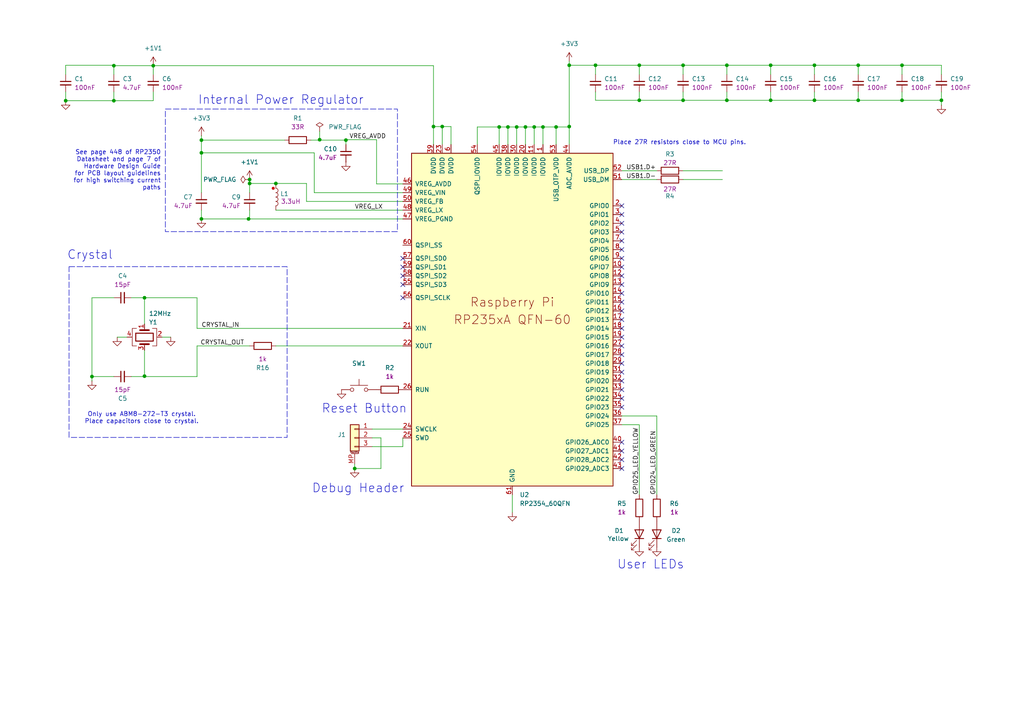
<source format=kicad_sch>
(kicad_sch (version 20250114) (generator "eeschema") (generator_version "9.0")
  (paper "A4")
  (lib_symbols
    (symbol "Lichen:100nF_0402_50V" (pin_numbers (hide yes)) (pin_names (offset 0.254) (hide yes))
      (property "Reference" "C12" (at 2.54 1.2638 0))
      (property "Display" "100nF" (at 2.54 -1.2762 0))
      (symbol "100nF_0402_50V_1_1"
        (pin passive line (at 0 2.54 270) (length 2.032) (name "~") (number "1"))
        (pin passive line (at 0 -2.54 90) (length 2.032) (name "~") (number "2"))
      )
    )
    (symbol "Lichen:15pF_0402" (pin_numbers (hide yes)) (pin_names (offset 0.254) (hide yes))
      (property "Reference" "C18" (at 2.54 1.2638 0))
      (property "Display" "15pF" (at 2.54 -1.2762 0))
      (symbol "15pF_0402_1_1"
        (pin passive line (at 0 2.54 270) (length 2.032) (name "~") (number "1"))
        (pin passive line (at 0 -2.54 90) (length 2.032) (name "~") (number "2"))
      )
    )
    (symbol "Lichen:1k_0402" (pin_numbers (hide yes)) (pin_names (offset 0))
      (property "Reference" "R6" (at -5.08 -1.27 0))
      (property "Display" "1k" (at -5.08 1.27 0))
      (symbol "1k_0402_1_1"
        (pin passive line (at 0 3.81 270) (length 1.27) (name "~") (number "1"))
        (pin passive line (at 0 -3.81 90) (length 1.27) (name "~") (number "2"))
      )
    )
    (symbol "Lichen:27R_0402" (pin_numbers (hide yes)) (pin_names (offset 0))
      (property "Reference" "R3" (at 4.826 0 90))
      (property "Display" "27R" (at 2.286 0 90))
      (symbol "27R_0402_1_1"
        (pin passive line (at 0 3.81 270) (length 1.27) (name "~") (number "1"))
        (pin passive line (at 0 -3.81 90) (length 1.27) (name "~") (number "2"))
      )
    )
    (symbol "Lichen:33R_0402" (pin_numbers (hide yes)) (pin_names (offset 0))
      (property "Reference" "R1" (at 6.35 0 90))
      (property "Display" "33R" (at 3.81 0 90))
      (symbol "33R_0402_1_1"
        (pin passive line (at 0 3.81 270) (length 1.27) (name "~") (number "1"))
        (pin passive line (at 0 -3.81 90) (length 1.27) (name "~") (number "2"))
      )
    )
    (symbol "Lichen:4.7uF_0402" (pin_numbers (hide yes)) (pin_names (offset 0.254) (hide yes))
      (property "Reference" "C3" (at 2.54 1.2638 0))
      (property "Display" "4.7uF" (at 2.54 -1.2762 0))
      (symbol "4.7uF_0402_1_1"
        (pin passive line (at 0 2.54 270) (length 2.032) (name "~") (number "1"))
        (pin passive line (at 0 -2.54 90) (length 2.032) (name "~") (number "2"))
      )
    )
    (symbol "Lichen:Button_Switch_SMD_Push_1P1T_Wurth" (pin_numbers (hide yes)) (pin_names (offset 1.016) (hide yes))
      (property "Reference" "SW1" (at 0 7.62 0))
      (symbol "Button_Switch_SMD_Push_1P1T_Wurth_0_1"
        (pin passive line (at -5.08 0 0) (length 2.54) (name "1") (number "1"))
        (pin passive line (at 5.08 0 180) (length 2.54) (name "2") (number "2"))
      )
    )
    (symbol "Lichen:Crystal_12MHz_Abracon_ABM8-272-T3" (pin_names (offset 1.016) (hide yes))
      (property "Reference" "Y1" (at 7.366 -9.906 90))
      (property "Value" "Crystal_12MHz_Abracon_ABM8-272-T3" (at 4.826 -9.906 90))
      (symbol "Crystal_12MHz_Abracon_ABM8-272-T3_1_1"
        (pin passive line (at -3.81 0 0) (length 1.27) (name "1") (number "1"))
        (pin passive line (at 0 5.08 270) (length 1.27) (name "2") (number "2"))
        (pin passive line (at 0 -5.08 90) (length 1.27) (name "4") (number "4"))
        (pin passive line (at 3.81 0 180) (length 1.27) (name "3") (number "3"))
      )
    )
    (symbol "Lichen:LED_0805_JLC_Basic" (pin_numbers (hide yes)) (pin_names (offset 1.016) (hide yes))
      (property "Reference" "D1" (at -1.5875 6.35 0))
      (property "Value" "LED_0805_JLC_Basic" (at -1.5875 3.81 0))
      (symbol "LED_0805_JLC_Basic_1_1"
        (pin passive line (at -3.81 0 0) (length 2.54) (name "K") (number "1"))
        (pin passive line (at 3.81 0 180) (length 2.54) (name "A") (number "2"))
      )
    )
    (symbol "Lichen:L_Polarized" (pin_numbers (hide yes)) (pin_names (offset 1.016) (hide yes))
      (property "Reference" "L1" (at 1.27 0.9417 0))
      (property "Display" "3.3uH" (at 4.318 -1.27 0))
      (symbol "L_Polarized_1_1"
        (pin passive line (at 0 3.81 270) (length 1.27) (name "1") (number "1"))
        (pin passive line (at 0 -3.81 90) (length 1.27) (name "2") (number "2"))
      )
    )
    (symbol "Lichen:RP235x_60QFN" (pin_names (offset 1.016))
      (property "Reference" "U2" (at 2.1433 -50.8 0))
      (property "Value" "RP2354_60QFN" (at 2.1433 -53.34 0))
      (symbol "RP235x_60QFN_0_0"
        (text "Raspberry Pi" (at 0 5.08 0) (effects (font (size 2.54 2.54))))
      )
      (symbol "RP235x_60QFN_1_1"
        (text "RP235xA QFN-60" (at 0 0 0) (effects (font (size 2.54 2.54))))
        (pin power_in line (at -31.75 39.37 0) (length 2.54) (name "VREG_AVDD") (number "46"))
        (pin power_in line (at -31.75 36.83 0) (length 2.54) (name "VREG_VIN") (number "49"))
        (pin input line (at -31.75 34.29 0) (length 2.54) (name "VREG_FB") (number "50"))
        (pin power_out line (at -31.75 31.75 0) (length 2.54) (name "VREG_LX") (number "48"))
        (pin power_in line (at -31.75 29.21 0) (length 2.54) (name "VREG_PGND") (number "47"))
        (pin bidirectional line (at -31.75 21.59 0) (length 2.54) (name "QSPI_SS") (number "60"))
        (pin bidirectional line (at -31.75 17.78 0) (length 2.54) (name "QSPI_SD0") (number "57"))
        (pin bidirectional line (at -31.75 15.24 0) (length 2.54) (name "QSPI_SD1") (number "59"))
        (pin bidirectional line (at -31.75 12.7 0) (length 2.54) (name "QSPI_SD2") (number "58"))
        (pin bidirectional line (at -31.75 10.16 0) (length 2.54) (name "QSPI_SD3") (number "55"))
        (pin output line (at -31.75 6.35 0) (length 2.54) (name "QSPI_SCLK") (number "56"))
        (pin input line (at -31.75 -2.54 0) (length 2.54) (name "XIN") (number "21"))
        (pin passive line (at -31.75 -7.62 0) (length 2.54) (name "XOUT") (number "22"))
        (pin input line (at -31.75 -20.32 0) (length 2.54) (name "RUN") (number "26"))
        (pin output line (at -31.75 -31.75 0) (length 2.54) (name "SWCLK") (number "24"))
        (pin bidirectional line (at -31.75 -34.29 0) (length 2.54) (name "SWD") (number "25"))
        (pin power_in line (at -22.86 50.8 270) (length 2.54) (name "DVDD") (number "39"))
        (pin power_in line (at -20.32 50.8 270) (length 2.54) (name "DVDD") (number "23"))
        (pin power_in line (at -17.78 50.8 270) (length 2.54) (name "DVDD") (number "6"))
        (pin power_in line (at -10.16 50.8 270) (length 2.54) (name "QSPI_IOVDD") (number "54"))
        (pin power_in line (at -3.81 50.8 270) (length 2.54) (name "IOVDD") (number "45"))
        (pin power_in line (at -1.27 50.8 270) (length 2.54) (name "IOVDD") (number "38"))
        (pin power_in line (at 0 -50.8 90) (length 2.54) (name "GND") (number "61"))
        (pin power_in line (at 1.27 50.8 270) (length 2.54) (name "IOVDD") (number "30"))
        (pin power_in line (at 3.81 50.8 270) (length 2.54) (name "IOVDD") (number "20"))
        (pin power_in line (at 6.35 50.8 270) (length 2.54) (name "IOVDD") (number "11"))
        (pin power_in line (at 8.89 50.8 270) (length 2.54) (name "IOVDD") (number "1"))
        (pin power_in line (at 12.7 50.8 270) (length 2.54) (name "USB_OTP_VDD") (number "53"))
        (pin power_in line (at 16.51 50.8 270) (length 2.54) (name "ADC_AVDD") (number "44"))
        (pin bidirectional line (at 31.75 43.18 180) (length 2.54) (name "USB_DP") (number "52"))
        (pin bidirectional line (at 31.75 40.64 180) (length 2.54) (name "USB_DM") (number "51"))
        (pin bidirectional line (at 31.75 33.02 180) (length 2.54) (name "GPIO0") (number "2"))
        (pin bidirectional line (at 31.75 30.48 180) (length 2.54) (name "GPIO1") (number "3"))
        (pin bidirectional line (at 31.75 27.94 180) (length 2.54) (name "GPIO2") (number "4"))
        (pin bidirectional line (at 31.75 25.4 180) (length 2.54) (name "GPIO3") (number "5"))
        (pin bidirectional line (at 31.75 22.86 180) (length 2.54) (name "GPIO4") (number "7"))
        (pin bidirectional line (at 31.75 20.32 180) (length 2.54) (name "GPIO5") (number "8"))
        (pin bidirectional line (at 31.75 17.78 180) (length 2.54) (name "GPIO6") (number "9"))
        (pin bidirectional line (at 31.75 15.24 180) (length 2.54) (name "GPIO7") (number "10"))
        (pin bidirectional line (at 31.75 12.7 180) (length 2.54) (name "GPIO8") (number "12"))
        (pin bidirectional line (at 31.75 10.16 180) (length 2.54) (name "GPIO9") (number "13"))
        (pin bidirectional line (at 31.75 7.62 180) (length 2.54) (name "GPIO10") (number "14"))
        (pin bidirectional line (at 31.75 5.08 180) (length 2.54) (name "GPIO11") (number "15"))
        (pin bidirectional line (at 31.75 2.54 180) (length 2.54) (name "GPIO12") (number "16"))
        (pin bidirectional line (at 31.75 0 180) (length 2.54) (name "GPIO13") (number "17"))
        (pin bidirectional line (at 31.75 -2.54 180) (length 2.54) (name "GPIO14") (number "18"))
        (pin bidirectional line (at 31.75 -5.08 180) (length 2.54) (name "GPIO15") (number "19"))
        (pin bidirectional line (at 31.75 -7.62 180) (length 2.54) (name "GPIO16") (number "27"))
        (pin bidirectional line (at 31.75 -10.16 180) (length 2.54) (name "GPIO17") (number "28"))
        (pin bidirectional line (at 31.75 -12.7 180) (length 2.54) (name "GPIO18") (number "29"))
        (pin bidirectional line (at 31.75 -15.24 180) (length 2.54) (name "GPIO19") (number "31"))
        (pin bidirectional line (at 31.75 -17.78 180) (length 2.54) (name "GPIO20") (number "32"))
        (pin bidirectional line (at 31.75 -20.32 180) (length 2.54) (name "GPIO21") (number "33"))
        (pin bidirectional line (at 31.75 -22.86 180) (length 2.54) (name "GPIO22") (number "34"))
        (pin bidirectional line (at 31.75 -25.4 180) (length 2.54) (name "GPIO23") (number "35"))
        (pin bidirectional line (at 31.75 -27.94 180) (length 2.54) (name "GPIO24") (number "36"))
        (pin bidirectional line (at 31.75 -30.48 180) (length 2.54) (name "GPIO25") (number "37"))
        (pin bidirectional line (at 31.75 -35.56 180) (length 2.54) (name "GPIO26_ADC0") (number "40"))
        (pin bidirectional line (at 31.75 -38.1 180) (length 2.54) (name "GPIO27_ADC1") (number "41"))
        (pin bidirectional line (at 31.75 -40.64 180) (length 2.54) (name "GPIO28_ADC2") (number "42"))
        (pin bidirectional line (at 31.75 -43.18 180) (length 2.54) (name "GPIO29_ADC3") (number "43"))
      )
    )
    (symbol "Lichen:Raspberry_Pi_Pico_Debug_Header_JST" (pin_names (offset 1.016) (hide yes))
      (property "Reference" "J1" (at 2.54 0.9145 0))
      (symbol "Raspberry_Pi_Pico_Debug_Header_JST_1_1"
        (text "Mounting" (at 0 -4.191 0) (effects (font (size 0.381 0.381))))
        (pin passive line (at -5.08 2.54 0) (length 3.81) (name "Pin_1") (number "1"))
        (pin passive line (at -5.08 0 0) (length 3.81) (name "Pin_2") (number "2"))
        (pin passive line (at -5.08 -2.54 0) (length 3.81) (name "Pin_3") (number "3"))
        (pin passive line (at 0 -7.62 90) (length 3.048) (name "MountPin") (number "MP"))
      )
    )
    (symbol "power:+1V1" (power) (pin_numbers (hide yes)) (pin_names (offset 0) (hide yes))
      (property "Value" "+1V1" (at 0 3.556 0))
      (symbol "+1V1_1_1"
        (pin power_in line (at 0 0 90) (length 0) (name "~") (number "1"))
      )
    )
    (symbol "power:+3V3" (power) (pin_numbers (hide yes)) (pin_names (offset 0) (hide yes))
      (property "Value" "+3V3" (at 0 3.556 0))
      (symbol "+3V3_1_1"
        (pin power_in line (at 0 0 90) (length 0) (name "~") (number "1"))
      )
    )
    (symbol "power:GND" (power) (pin_numbers (hide yes)) (pin_names (offset 0) (hide yes))
      (property "Value" "GND" (at 0 -3.81 0))
      (symbol "GND_1_1"
        (pin power_in line (at 0 0 270) (length 0) (name "~") (number "1"))
      )
    )
    (symbol "power:PWR_FLAG" (power) (pin_numbers (hide yes)) (pin_names (offset 0) (hide yes))
      (property "Value" "PWR_FLAG" (at 0 3.81 0))
      (symbol "PWR_FLAG_0_0"
        (pin power_out line (at 0 0 90) (length 0) (name "~") (number "1"))
      )
    )
  )
  (rectangle (start 47.9653 31.6258) (end 115.2753 67.1858) (stroke (width 0) (type dash)))
  (rectangle (start 20.0253 77.3458) (end 83.2713 126.8758) (stroke (width 0) (type dash)))
  (text "Place 27R resistors close to MCU pins." (at 197.104 41.402 0) (effects (font (size 1.27 1.27))))
  (text "Debug Header" (at 103.886 141.732 0) (effects (font (size 2.54 2.54))))
  (text "Reset Button" (at 105.664 118.618 0) (effects (font (size 2.54 2.54))))
  (text "See page 448 of RP2350\nDatasheet and page 7 of\nHardware Design Guide\nfor PCB layout guidelines\nfor high switching current\npaths" (at 46.6953 49.4058 0) (effects (font (size 1.27 1.27)) (justify right)))
  (text "User LEDs" (at 188.722 163.83 0) (effects (font (size 2.54 2.54))))
  (text "Internal Power Regulator" (at 81.4933 29.0858 0) (effects (font (size 2.54 2.54))))
  (text "Crystal" (at 26.1213 74.0438 0) (effects (font (size 2.54 2.54))))
  (text "Only use ABM8-272-T3 crystal.\nPlace capacitors close to crystal." (at 41.1073 121.2878 0) (effects (font (size 1.27 1.27))))
  (junction (at 44.45 19.05))
  (junction (at 26.67 109.22))
  (junction (at 198.12 29.0858))
  (junction (at 125.73 36.7058))
  (junction (at 72.39 52.07))
  (junction (at 185.42 18.9258))
  (junction (at 248.92 18.9258))
  (junction (at 165.1 36.7058))
  (junction (at 33.02 29.21))
  (junction (at 149.86 36.83))
  (junction (at 165.1 18.9258))
  (junction (at 92.71 40.5158))
  (junction (at 157.48 36.83))
  (junction (at 41.91 109.0958))
  (junction (at 58.42 63.5))
  (junction (at 223.52 29.0858))
  (junction (at 185.42 29.0858))
  (junction (at 154.94 36.83))
  (junction (at 198.12 18.9258))
  (junction (at 128.27 36.7058))
  (junction (at 273.05 29.0858))
  (junction (at 58.42 40.64))
  (junction (at 58.42 44.3258))
  (junction (at 102.87 135.89))
  (junction (at 144.78 36.83))
  (junction (at 261.62 18.9258))
  (junction (at 80.01 53.2158))
  (junction (at 261.62 29.0858))
  (junction (at 248.92 29.0858))
  (junction (at 210.82 18.9258))
  (junction (at 236.22 29.0858))
  (junction (at 161.29 36.83))
  (junction (at 100.33 40.64))
  (junction (at 236.22 18.9258))
  (junction (at 172.72 18.9258))
  (junction (at 72.0953 63.5))
  (junction (at 210.82 29.0858))
  (junction (at 72.39 53.2158))
  (junction (at 41.91 86.36))
  (junction (at 33.02 19.05))
  (junction (at 147.32 36.83))
  (junction (at 223.52 18.9258))
  (junction (at 19.05 29.21))
  (junction (at 152.4 36.83))
  (no_connect (at 180.34 64.77))
  (no_connect (at 180.34 62.23))
  (no_connect (at 180.34 107.95))
  (no_connect (at 180.34 67.31))
  (no_connect (at 180.34 90.17))
  (no_connect (at 180.34 105.41))
  (no_connect (at 180.34 102.87))
  (no_connect (at 180.34 110.49))
  (no_connect (at 180.34 92.71))
  (no_connect (at 180.34 80.01))
  (no_connect (at 180.34 113.03))
  (no_connect (at 180.34 133.35))
  (no_connect (at 180.34 128.27))
  (no_connect (at 180.34 82.55))
  (no_connect (at 180.34 87.63))
  (no_connect (at 180.34 59.69))
  (no_connect (at 180.34 118.11))
  (no_connect (at 116.84 74.93))
  (no_connect (at 116.84 80.01))
  (no_connect (at 180.34 69.85))
  (no_connect (at 180.34 85.09))
  (no_connect (at 180.34 100.33))
  (no_connect (at 180.34 77.47))
  (no_connect (at 180.34 72.39))
  (no_connect (at 180.34 135.89))
  (no_connect (at 116.84 82.55))
  (no_connect (at 180.34 97.79))
  (no_connect (at 180.34 95.25))
  (no_connect (at 180.34 74.93))
  (no_connect (at 180.34 130.81))
  (no_connect (at 116.84 77.47))
  (no_connect (at 180.34 115.57))
  (no_connect (at 116.84 86.36))
  (wire (pts (xy 19.05 26.67) (xy 19.05 29.21)))
  (wire (pts (xy 236.22 18.9258) (xy 248.92 18.9258)))
  (wire (pts (xy 80.01 60.96) (xy 116.84 60.96)))
  (wire (pts (xy 165.1 36.7058) (xy 164.8053 36.7058)))
  (wire (pts (xy 180.34 120.65) (xy 190.5 120.65)))
  (wire (pts (xy 57.15 100.33) (xy 57.15 109.22)))
  (wire (pts (xy 157.48 36.83) (xy 157.48 41.91)))
  (wire (pts (xy 198.12 29.0858) (xy 210.82 29.0858)))
  (wire (pts (xy 72.39 53.2158) (xy 72.39 55.88)))
  (wire (pts (xy 172.72 18.9258) (xy 185.42 18.9258)))
  (wire (pts (xy 41.91 86.36) (xy 41.91 93.98)))
  (wire (pts (xy 49.53 97.79) (xy 46.99 97.79)))
  (wire (pts (xy 148.59 143.51) (xy 148.59 148.59)))
  (wire (pts (xy 261.62 26.67) (xy 261.62 29.0858)))
  (wire (pts (xy 116.84 129.54) (xy 116.84 127)))
  (wire (pts (xy 33.02 26.67) (xy 33.02 29.21)))
  (wire (pts (xy 107.95 129.54) (xy 116.84 129.54)))
  (wire (pts (xy 58.42 44.3258) (xy 58.42 55.88)))
  (wire (pts (xy 72.39 53.2158) (xy 80.01 53.2158)))
  (wire (pts (xy 248.92 18.9258) (xy 248.92 21.59)))
  (wire (pts (xy 165.1 18.9258) (xy 172.72 18.9258)))
  (wire (pts (xy 161.29 36.83) (xy 164.8053 36.83)))
  (wire (pts (xy 198.12 49.53) (xy 209.55 49.53)))
  (wire (pts (xy 165.1 18.9258) (xy 165.1 36.7058)))
  (wire (pts (xy 57.15 109.22) (xy 42.2047 109.22)))
  (wire (pts (xy 144.78 36.83) (xy 147.32 36.83)))
  (wire (pts (xy 147.32 36.83) (xy 149.86 36.83)))
  (wire (pts (xy 58.42 40.64) (xy 58.42 44.3258)))
  (wire (pts (xy 236.22 26.67) (xy 236.22 29.0858)))
  (wire (pts (xy 88.9 58.42) (xy 116.84 58.42)))
  (wire (pts (xy 198.12 52.07) (xy 209.55 52.07)))
  (wire (pts (xy 33.02 19.05) (xy 44.45 19.05)))
  (wire (pts (xy 165.1 17.78) (xy 165.1 18.9258)))
  (wire (pts (xy 33.02 109.22) (xy 26.67 109.22)))
  (wire (pts (xy 172.72 18.9258) (xy 172.72 21.59)))
  (wire (pts (xy 41.91 109.0958) (xy 41.91 101.6)))
  (wire (pts (xy 91.1453 55.88) (xy 116.84 55.88)))
  (wire (pts (xy 248.92 18.9258) (xy 261.62 18.9258)))
  (wire (pts (xy 130.81 41.91) (xy 130.81 36.7058)))
  (wire (pts (xy 58.42 60.96) (xy 58.42 63.5)))
  (wire (pts (xy 180.34 52.07) (xy 190.5 52.07)))
  (wire (pts (xy 190.5 120.65) (xy 190.5 143.51)))
  (wire (pts (xy 198.12 18.9258) (xy 198.12 21.59)))
  (wire (pts (xy 44.45 29.21) (xy 33.02 29.21)))
  (wire (pts (xy 185.42 26.67) (xy 185.42 29.0858)))
  (wire (pts (xy 72.39 60.96) (xy 72.39 63.3758)))
  (wire (pts (xy 92.71 38.1) (xy 92.71 40.5158)))
  (wire (pts (xy 223.52 18.9258) (xy 236.22 18.9258)))
  (wire (pts (xy 72.0953 63.5) (xy 116.84 63.5)))
  (wire (pts (xy 185.42 123.19) (xy 185.42 143.51)))
  (wire (pts (xy 210.82 29.0858) (xy 223.52 29.0858)))
  (wire (pts (xy 125.73 19.05) (xy 125.73 36.7058)))
  (wire (pts (xy 33.9953 97.79) (xy 36.83 97.79)))
  (wire (pts (xy 164.8053 36.83) (xy 164.8053 36.7058)))
  (wire (pts (xy 93.0047 40.64) (xy 100.33 40.64)))
  (wire (pts (xy 147.32 36.83) (xy 147.32 41.91)))
  (wire (pts (xy 33.02 19.05) (xy 33.02 18.9258)))
  (wire (pts (xy 109.22 53.34) (xy 116.84 53.34)))
  (wire (pts (xy 100.33 40.5158) (xy 100.33 40.64)))
  (wire (pts (xy 161.29 36.83) (xy 161.29 41.91)))
  (wire (pts (xy 19.05 18.9258) (xy 33.02 18.9258)))
  (wire (pts (xy 58.42 39.37) (xy 58.42 40.64)))
  (wire (pts (xy 93.0047 40.64) (xy 93.0047 40.5158)))
  (wire (pts (xy 172.72 29.0858) (xy 172.72 26.67)))
  (wire (pts (xy 152.4 36.83) (xy 152.4 41.91)))
  (wire (pts (xy 33.02 86.36) (xy 26.67 86.36)))
  (wire (pts (xy 41.91 109.22) (xy 41.91 109.0958)))
  (wire (pts (xy 102.87 135.89) (xy 102.87 134.62)))
  (wire (pts (xy 149.86 36.83) (xy 149.86 41.91)))
  (wire (pts (xy 261.62 18.9258) (xy 261.62 21.59)))
  (wire (pts (xy 33.02 19.05) (xy 33.02 21.59)))
  (wire (pts (xy 110.49 127) (xy 110.49 135.89)))
  (wire (pts (xy 125.73 36.7058) (xy 125.73 41.91)))
  (wire (pts (xy 44.45 19.05) (xy 44.45 21.59)))
  (wire (pts (xy 102.87 135.89) (xy 110.49 135.89)))
  (wire (pts (xy 100.33 40.64) (xy 100.33 41.91)))
  (wire (pts (xy 72.0953 63.5) (xy 72.0953 63.3758)))
  (wire (pts (xy 210.82 18.9258) (xy 210.82 21.59)))
  (wire (pts (xy 42.2047 109.22) (xy 42.2047 109.0958)))
  (wire (pts (xy 198.12 18.9258) (xy 210.82 18.9258)))
  (wire (pts (xy 44.45 26.67) (xy 44.45 29.21)))
  (wire (pts (xy 180.34 49.53) (xy 190.5 49.53)))
  (wire (pts (xy 273.05 18.9258) (xy 273.05 21.59)))
  (wire (pts (xy 19.05 29.21) (xy 33.02 29.21)))
  (wire (pts (xy 223.52 29.0858) (xy 236.22 29.0858)))
  (wire (pts (xy 58.42 63.5) (xy 72.0953 63.5)))
  (wire (pts (xy 261.62 18.9258) (xy 273.05 18.9258)))
  (wire (pts (xy 248.92 29.0858) (xy 261.62 29.0858)))
  (wire (pts (xy 261.62 29.0858) (xy 273.05 29.0858)))
  (wire (pts (xy 154.94 36.83) (xy 154.94 41.91)))
  (wire (pts (xy 57.15 100.33) (xy 72.39 100.33)))
  (wire (pts (xy 57.15 95.25) (xy 116.84 95.25)))
  (wire (pts (xy 19.05 21.59) (xy 19.05 18.9258)))
  (wire (pts (xy 130.81 36.7058) (xy 128.27 36.7058)))
  (wire (pts (xy 57.15 95.25) (xy 57.15 86.36)))
  (wire (pts (xy 157.48 36.83) (xy 161.29 36.83)))
  (wire (pts (xy 198.12 26.67) (xy 198.12 29.0858)))
  (wire (pts (xy 157.48 36.83) (xy 154.94 36.83)))
  (wire (pts (xy 210.82 26.67) (xy 210.82 29.0858)))
  (wire (pts (xy 93.0047 40.5158) (xy 92.71 40.5158)))
  (wire (pts (xy 26.67 110.49) (xy 26.67 109.22)))
  (wire (pts (xy 72.39 52.07) (xy 72.39 53.2158)))
  (wire (pts (xy 42.2047 109.0958) (xy 41.91 109.0958)))
  (wire (pts (xy 107.95 127) (xy 110.49 127)))
  (wire (pts (xy 125.73 36.7058) (xy 128.27 36.7058)))
  (wire (pts (xy 144.78 36.83) (xy 144.78 41.91)))
  (wire (pts (xy 165.1 36.7058) (xy 165.1 41.91)))
  (wire (pts (xy 109.22 53.34) (xy 109.22 40.5158)))
  (wire (pts (xy 38.1 109.22) (xy 41.91 109.22)))
  (wire (pts (xy 185.42 29.0858) (xy 172.72 29.0858)))
  (wire (pts (xy 107.95 124.46) (xy 116.84 124.46)))
  (wire (pts (xy 58.42 44.3258) (xy 91.1453 44.3258)))
  (wire (pts (xy 44.45 19.05) (xy 125.73 19.05)))
  (wire (pts (xy 72.39 63.3758) (xy 72.0953 63.3758)))
  (wire (pts (xy 152.4 36.83) (xy 154.94 36.83)))
  (wire (pts (xy 58.42 40.64) (xy 82.55 40.64)))
  (wire (pts (xy 149.86 36.83) (xy 152.4 36.83)))
  (wire (pts (xy 91.1453 44.3258) (xy 91.1453 55.88)))
  (wire (pts (xy 88.9 58.42) (xy 88.9 53.2158)))
  (wire (pts (xy 38.1 86.36) (xy 41.91 86.36)))
  (wire (pts (xy 236.22 29.0858) (xy 248.92 29.0858)))
  (wire (pts (xy 80.01 53.34) (xy 80.01 53.2158)))
  (wire (pts (xy 223.52 26.67) (xy 223.52 29.0858)))
  (wire (pts (xy 26.67 86.36) (xy 26.67 109.22)))
  (wire (pts (xy 57.15 86.36) (xy 41.91 86.36)))
  (wire (pts (xy 128.27 41.91) (xy 128.27 36.7058)))
  (wire (pts (xy 138.43 36.83) (xy 144.78 36.83)))
  (wire (pts (xy 185.42 29.0858) (xy 198.12 29.0858)))
  (wire (pts (xy 273.05 26.67) (xy 273.05 29.0858)))
  (wire (pts (xy 185.42 18.9258) (xy 185.42 21.59)))
  (wire (pts (xy 210.82 18.9258) (xy 223.52 18.9258)))
  (wire (pts (xy 80.01 100.33) (xy 116.84 100.33)))
  (wire (pts (xy 138.43 41.91) (xy 138.43 36.83)))
  (wire (pts (xy 92.71 40.64) (xy 92.71 40.5158)))
  (wire (pts (xy 90.17 40.64) (xy 92.71 40.64)))
  (wire (pts (xy 180.34 123.19) (xy 185.42 123.19)))
  (wire (pts (xy 273.05 30.48) (xy 273.05 29.0858)))
  (wire (pts (xy 248.92 26.67) (xy 248.92 29.0858)))
  (wire (pts (xy 236.22 18.9258) (xy 236.22 21.59)))
  (wire (pts (xy 80.01 53.2158) (xy 88.9 53.2158)))
  (wire (pts (xy 185.42 18.9258) (xy 198.12 18.9258)))
  (wire (pts (xy 100.33 40.5158) (xy 109.22 40.5158)))
  (wire (pts (xy 223.52 18.9258) (xy 223.52 21.59)))
  (label "USB1.D+" (at 181.61 49.53 0))
  (label "GPIO25_LED_YELLOW" (at 185.42 143.51 90))
  (label "USB1.D-" (at 181.61 52.07 0))
  (label "VREG_AVDD" (at 101.3053 40.5158 0))
  (label "VREG_LX" (at 102.87 60.96 0))
  (label "GPIO24_LED_GREEN" (at 190.5 143.51 90))
  (label "CRYSTAL_OUT" (at 58.1253 100.33 0))
  (label "CRYSTAL_IN" (at 58.42 95.25 0))
  (symbol (lib_id "Lichen:Raspberry_Pi_Pico_Debug_Header_JST") (at 102.87 127 0) (mirror y) (unit 1)
    (property "Reference" "J1" (at 100.33 126.0855 0) (effects (justify left)))
    (property "Value" "Conn_01x03_MountingPin" (effects (hide yes)))
    (property "Footprint" "Lichen:JST_SH_SM03B-SRSS-TB_1x03-1MP_P1.00mm_Horizontal" (effects (hide yes)))
    (property "Datasheet" "https://jlcpcb.com/api/file/downloadByFileSystemAccessId/8588909270696415232" (effects (hide yes)))
    (property "Description" "1A 1mm 1x3P 2.9mm 4.32mm 50V Right Angle SMD" (effects (hide yes)))
    (property "Manufacturer" " JST" (effects (hide yes)))
    (property "Part Number" "SM03B-SRSS-TB" (effects (hide yes)))
    (property "LCSC" "C160403" (effects (hide yes)))
  )
  (symbol (lib_id "power:PWR_FLAG") (at 92.71 38.1 0) (unit 1)
    (property "Reference" "#FLG04" (effects (hide yes)))
    (property "Value" "PWR_FLAG" (at 95.2565 36.8299 0) (effects (justify left)))
    (property "Description" "Special symbol for telling ERC where power comes from" (effects (hide yes)))
    (instances (project "rp2350-dual-usb" (path "" (reference "#FLG04") (unit 1))) (project "" (path "" (reference "#FLG02") (unit 1))))
  )
  (symbol (lib_id "Lichen:100nF_0402_50V") (at 185.42 24.13 0) (unit 1)
    (property "Reference" "C12" (at 187.96 22.8662 0) (effects (justify left)))
    (property "Value" "100nF_0402_16V" (effects (hide yes)))
    (property "Footprint" "RP2350_60QFN_minimal:C_0402_1005Metric_small_pads" (effects (hide yes)))
    (property "Datasheet" "https://jlcpcb.com/api/file/downloadByFileSystemAccessId/8554627388281098240" (effects (hide yes)))
    (property "Description" "100nF 50V X7R ±10% 0402" (effects (hide yes)))
    (property "Specifications" "100nF 50V X7R ±10% 0402" (effects (hide yes)))
    (property "Manufacturer" "Samsung Electro-Mechanics" (effects (hide yes)))
    (property "Part Number" "CL05B104KB54PNC" (effects (hide yes)))
    (property "Display" "100nF" (at 187.96 25.4062 0) (effects (justify left)))
    (property "LCSC" "C307331" (effects (hide yes)))
    (instances (project "rp2350-dual-usb" (path "" (reference "C12") (unit 1))) (project "" (path "" (reference "C10") (unit 1))))
  )
  (symbol (lib_id "power:+1V1") (at 44.45 19.05 0) (unit 1)
    (property "Reference" "#PWR05" (effects (hide yes)))
    (property "Value" "+1V1" (at 44.45 13.97 0))
    (property "Description" "Power symbol creates a global label with name \"+1V1\"" (effects (hide yes)))
    (instances (project "rp2350-dual-usb" (path "" (reference "#PWR05") (unit 1))) (project "" (path "" (reference "#PWR04") (unit 1))))
  )
  (symbol (lib_id "Lichen:4.7uF_0402") (at 58.42 58.42 0) (mirror y) (unit 1)
    (property "Reference" "C7" (at 55.88 57.1562 0) (effects (justify left)))
    (property "Value" "4.7uF_0402" (effects (hide yes)))
    (property "Footprint" "RP2350_60QFN_minimal:C_0402_1005Metric_small_pads" (effects (hide yes)))
    (property "Datasheet" "https://jlcpcb.com/api/file/downloadByFileSystemAccessId/8579707315714920448" (effects (hide yes)))
    (property "Description" "10V 4.7uF X5R ±20% 0402" (effects (hide yes)))
    (property "Specifications" "10V 4.7uF X5R ±20% 0402" (effects (hide yes)))
    (property "Manufacturer" "Samsung Electro-Mechanics" (effects (hide yes)))
    (property "Part Number" "CL05A475MP5NRNC" (effects (hide yes)))
    (property "Display" "4.7uF" (at 55.88 59.6962 0) (effects (justify left)))
    (property "LCSC" "C23733" (effects (hide yes)))
    (instances (project "rp2350-dual-usb" (path "" (reference "C7") (unit 1))) (project "" (path "" (reference "C6") (unit 1))))
  )
  (symbol (lib_id "Lichen:100nF_0402_50V") (at 44.45 24.13 0) (unit 1)
    (property "Reference" "C6" (at 46.99 22.8662 0) (effects (justify left)))
    (property "Value" "100nF_0402_50V" (effects (hide yes)))
    (property "Footprint" "RP2350_60QFN_minimal:C_0402_1005Metric_small_pads" (effects (hide yes)))
    (property "Datasheet" "https://jlcpcb.com/api/file/downloadByFileSystemAccessId/8554627388281098240" (effects (hide yes)))
    (property "Description" "100nF 50V X7R ±10% 0402" (effects (hide yes)))
    (property "Specifications" "100nF 50V X7R ±10% 0402" (effects (hide yes)))
    (property "Manufacturer" "Samsung Electro-Mechanics" (effects (hide yes)))
    (property "Part Number" "CL05B104KB54PNC" (effects (hide yes)))
    (property "Display" "100nF" (at 46.99 25.4062 0) (effects (justify left)))
    (property "LCSC" "C307331" (effects (hide yes)))
    (instances (project "rp2350-dual-usb" (path "" (reference "C6") (unit 1))) (project "" (path "" (reference "C5") (unit 1))))
  )
  (symbol (lib_id "Lichen:27R_0402") (at 194.31 49.53 90) (unit 1)
    (property "Reference" "R3" (at 194.31 44.704 90))
    (property "Value" "27R_0402" (effects (hide yes)))
    (property "Footprint" "Lichen:R_0402_1005Metric" (effects (hide yes)))
    (property "Datasheet" "https://jlcpcb.com/api/file/downloadByFileSystemAccessId/8586178044440547328" (effects (hide yes)))
    (property "Description" "27Ω 50V 62.5mW ±1% 0402" (effects (hide yes)))
    (property "Manufacturer" "UNI-ROYAL(Uniroyal Elec)" (effects (hide yes)))
    (property "Part Number" "0402WGF270JTCE" (effects (hide yes)))
    (property "Display" "27R" (at 194.31 47.244 90))
    (property "LCSC" "C25100" (effects (hide yes)))
    (instances (project "" (path "" (reference "R3") (unit 1))) (project "" (path "" (reference "R6") (unit 1))))
  )
  (symbol (lib_id "Lichen:100nF_0402_50V") (at 172.72 24.13 0) (unit 1)
    (property "Reference" "C11" (at 175.26 22.8662 0) (effects (justify left)))
    (property "Value" "100nF_0402_50V" (effects (hide yes)))
    (property "Footprint" "RP2350_60QFN_minimal:C_0402_1005Metric_small_pads" (effects (hide yes)))
    (property "Datasheet" "https://jlcpcb.com/api/file/downloadByFileSystemAccessId/8554627388281098240" (effects (hide yes)))
    (property "Description" "100nF 50V X7R ±10% 0402" (effects (hide yes)))
    (property "Specifications" "100nF 50V X7R ±10% 0402" (effects (hide yes)))
    (property "Manufacturer" "Samsung Electro-Mechanics" (effects (hide yes)))
    (property "Part Number" "CL05B104KB54PNC" (effects (hide yes)))
    (property "Display" "100nF" (at 175.26 25.4062 0) (effects (justify left)))
    (property "LCSC" "C307331" (effects (hide yes)))
    (instances (project "" (path "" (reference "C11") (unit 1))) (project "" (path "" (reference "C9") (unit 1))))
  )
  (symbol (lib_id "Lichen:LED_0805_JLC_Basic") (at 190.5 154.94 270) (mirror x) (unit 1)
    (property "Reference" "D2" (at 196.088 153.924 90))
    (property "Value" "Green" (at 196.088 156.464 90))
    (property "Footprint" "LED_SMD:LED_0805_2012Metric" (effects (hide yes)))
    (property "Datasheet" "https://jlcpcb.com/api/file/downloadByFileSystemAccessId/8579709195039801344" (effects (hide yes)))
    (property "Description" "1.8V~2.4V 120° 175mcd 40mW 584nm~594nm 596nm Water Clear Yellow 0805" (effects (hide yes)))
    (property "Sim.Pins" "1=K 2=A" (effects (hide yes)))
    (property "Manufacturer" "Hubei KENTO Elec" (effects (hide yes)))
    (property "Part Number" "KT-0805G" (effects (hide yes)))
    (property "LCSC" "C2297" (effects (hide yes)))
  )
  (symbol (lib_id "power:GND") (at 49.53 97.79 0) (unit 1)
    (property "Reference" "#PWR07" (effects (hide yes)))
    (property "Value" "GND" (effects (hide yes)))
    (property "Description" "Power symbol creates a global label with name \"GND\" , ground" (effects (hide yes)))
    (instances (project "rp2350-dual-usb" (path "" (reference "#PWR07") (unit 1))) (project "" (path "" (reference "#PWR05") (unit 1))))
  )
  (symbol (lib_id "Lichen:100nF_0402_50V") (at 223.52 24.13 0) (unit 1)
    (property "Reference" "C15" (at 226.06 22.8662 0) (effects (justify left)))
    (property "Value" "100nF_0402_16V" (effects (hide yes)))
    (property "Footprint" "RP2350_60QFN_minimal:C_0402_1005Metric_small_pads" (effects (hide yes)))
    (property "Datasheet" "https://jlcpcb.com/api/file/downloadByFileSystemAccessId/8554627388281098240" (effects (hide yes)))
    (property "Description" "100nF 50V X7R ±10% 0402" (effects (hide yes)))
    (property "Specifications" "100nF 50V X7R ±10% 0402" (effects (hide yes)))
    (property "Manufacturer" "Samsung Electro-Mechanics" (effects (hide yes)))
    (property "Part Number" "CL05B104KB54PNC" (effects (hide yes)))
    (property "Display" "100nF" (at 226.06 25.4062 0) (effects (justify left)))
    (property "LCSC" "C307331" (effects (hide yes)))
    (instances (project "rp2350-dual-usb" (path "" (reference "C15") (unit 1))) (project "" (path "" (reference "C13") (unit 1))))
  )
  (symbol (lib_id "Lichen:RP235x_60QFN") (at 148.59 92.71 0) (unit 1)
    (property "Reference" "U2" (at 150.7333 143.51 0) (effects (justify left)))
    (property "Value" "RP2354_60QFN" (at 150.7333 146.05 0) (effects (justify left)))
    (property "Footprint" "RP2350_60QFN_minimal:RP2350-QFN-60-1EP_7x7_P0.4mm_EP3.4x3.4mm_ThermalVias" (effects (hide yes)))
    (property "Description" "QFN-60(7x7) Microcontroller" (effects (hide yes)))
    (property "Manufacturer" " Raspberry Pi" (effects (hide yes)))
    (property "Part Number" " RP2354A" (effects (hide yes)))
    (property "LCSC" "C41378174" (effects (hide yes)))
    (instances (project "" (path "" (reference "U2") (unit 1))) (project "" (path "" (reference "U1") (unit 1))))
  )
  (symbol (lib_id "power:GND") (at 190.5 158.75 0) (unit 1)
    (property "Reference" "#PWR018" (effects (hide yes)))
    (property "Value" "GND" (effects (hide yes)))
    (property "Description" "Power symbol creates a global label with name \"GND\" , ground" (effects (hide yes)))
    (instances (project "rp2350-dual-usb" (path "" (reference "#PWR018") (unit 1))) (project "" (path "" (reference "#PWR015") (unit 1))))
  )
  (symbol (lib_id "Lichen:100nF_0402_50V") (at 210.82 24.13 0) (unit 1)
    (property "Reference" "C14" (at 213.36 22.8662 0) (effects (justify left)))
    (property "Value" "100nF_0402_16V" (effects (hide yes)))
    (property "Footprint" "RP2350_60QFN_minimal:C_0402_1005Metric_small_pads" (effects (hide yes)))
    (property "Datasheet" "https://jlcpcb.com/api/file/downloadByFileSystemAccessId/8554627388281098240" (effects (hide yes)))
    (property "Description" "100nF 50V X7R ±10% 0402" (effects (hide yes)))
    (property "Specifications" "100nF 50V X7R ±10% 0402" (effects (hide yes)))
    (property "Manufacturer" "Samsung Electro-Mechanics" (effects (hide yes)))
    (property "Part Number" "CL05B104KB54PNC" (effects (hide yes)))
    (property "Display" "100nF" (at 213.36 25.4062 0) (effects (justify left)))
    (property "LCSC" "C307331" (effects (hide yes)))
    (instances (project "rp2350-dual-usb" (path "" (reference "C14") (unit 1))) (project "" (path "" (reference "C12") (unit 1))))
  )
  (symbol (lib_id "power:GND") (at 58.42 63.5 0) (unit 1)
    (property "Reference" "#PWR09" (effects (hide yes)))
    (property "Value" "GND" (effects (hide yes)))
    (property "Description" "Power symbol creates a global label with name \"GND\" , ground" (effects (hide yes)))
    (instances (project "rp2350-dual-usb" (path "" (reference "#PWR09") (unit 1))) (project "" (path "" (reference "#PWR07") (unit 1))))
  )
  (symbol (lib_id "Lichen:100nF_0402_50V") (at 236.22 24.13 0) (unit 1)
    (property "Reference" "C16" (at 238.76 22.8662 0) (effects (justify left)))
    (property "Value" "100nF_0603_16V" (effects (hide yes)))
    (property "Footprint" "RP2350_60QFN_minimal:C_0402_1005Metric_small_pads" (effects (hide yes)))
    (property "Datasheet" "https://jlcpcb.com/api/file/downloadByFileSystemAccessId/8554627388281098240" (effects (hide yes)))
    (property "Description" "100nF 50V X7R ±10% 0402" (effects (hide yes)))
    (property "Specifications" "100nF 50V X7R ±10% 0402" (effects (hide yes)))
    (property "Manufacturer" "Samsung Electro-Mechanics" (effects (hide yes)))
    (property "Part Number" "CL05B104KB54PNC" (effects (hide yes)))
    (property "Display" "100nF" (at 238.76 25.4062 0) (effects (justify left)))
    (property "LCSC" "C307331" (effects (hide yes)))
    (instances (project "rp2350-dual-usb" (path "" (reference "C16") (unit 1))) (project "" (path "" (reference "C14") (unit 1))))
  )
  (symbol (lib_id "Lichen:Crystal_12MHz_Abracon_ABM8-272-T3") (at 41.91 97.79 270) (unit 1)
    (property "Reference" "Y1" (at 43.18 93.472 90) (effects (justify left)))
    (property "Value" "12MHz" (at 43.18 90.932 90) (effects (justify left)))
    (property "Footprint" "Crystal:Crystal_SMD_3225-4Pin_3.2x2.5mm" (effects (hide yes)))
    (property "Datasheet" "https://jlcpcb.com/api/file/downloadByFileSystemAccessId/8559470777180311552" (effects (hide yes)))
    (property "Description" "Four pin crystal, GND on pins 2 and 4" (effects (hide yes)))
    (property "Manufacturer" "Abracon LLC" (effects (hide yes)))
    (property "Part Number" "ABM8-272-T3" (effects (hide yes)))
    (property "LCSC" "C20625731" (effects (hide yes)))
  )
  (symbol (lib_id "Lichen:100nF_0402_50V") (at 248.92 24.13 0) (unit 1)
    (property "Reference" "C17" (at 251.46 22.8662 0) (effects (justify left)))
    (property "Value" "100nF_0402_16V" (effects (hide yes)))
    (property "Footprint" "RP2350_60QFN_minimal:C_0402_1005Metric_small_pads" (effects (hide yes)))
    (property "Datasheet" "https://jlcpcb.com/api/file/downloadByFileSystemAccessId/8554627388281098240" (effects (hide yes)))
    (property "Description" "100nF 50V X7R ±10% 0402" (effects (hide yes)))
    (property "Specifications" "100nF 50V X7R ±10% 0402" (effects (hide yes)))
    (property "Manufacturer" "Samsung Electro-Mechanics" (effects (hide yes)))
    (property "Part Number" "CL05B104KB54PNC" (effects (hide yes)))
    (property "Display" "100nF" (at 251.46 25.4062 0) (effects (justify left)))
    (property "LCSC" "C307331" (effects (hide yes)))
    (instances (project "rp2350-dual-usb" (path "" (reference "C17") (unit 1))) (project "" (path "" (reference "C15") (unit 1))))
  )
  (symbol (lib_id "power:GND") (at 100.33 46.99 0) (mirror y) (unit 1)
    (property "Reference" "#PWR013" (effects (hide yes)))
    (property "Value" "GND" (effects (hide yes)))
    (property "Description" "Power symbol creates a global label with name \"GND\" , ground" (effects (hide yes)))
    (instances (project "" (path "" (reference "#PWR013") (unit 1))) (project "" (path "" (reference "#PWR010") (unit 1))))
  )
  (symbol (lib_id "Lichen:L_Polarized") (at 80.01 57.15 0) (unit 1)
    (property "Reference" "L1" (at 81.28 56.2083 0) (effects (justify left)))
    (property "Value" "3.3uH" (effects (hide yes)))
    (property "Footprint" "Lichen:L_pol_2016" (effects (hide yes)))
    (property "Datasheet" "https://jlcpcb.com/api/file/downloadByFileSystemAccessId/8567843503118221312" (effects (hide yes)))
    (property "Description" "0806 Power Inductor Polarized" (effects (hide yes)))
    (property "Manufacturer" "Abracon LLC" (effects (hide yes)))
    (property "Part Number" "AOTA-B201610S3R3-101-T " (effects (hide yes)))
    (property "LCSC" "C42411119" (effects (hide yes)))
    (property "Display" "3.3uH" (at 84.328 58.42 0))
  )
  (symbol (lib_id "power:GND") (at 26.67 110.49 0) (unit 1)
    (property "Reference" "#PWR03" (effects (hide yes)))
    (property "Value" "GND" (effects (hide yes)))
    (property "Description" "Power symbol creates a global label with name \"GND\" , ground" (effects (hide yes)))
    (instances (project "rp2350-dual-usb" (path "" (reference "#PWR03") (unit 1))) (project "" (path "" (reference "#PWR02") (unit 1))))
  )
  (symbol (lib_id "Lichen:4.7uF_0402") (at 33.02 24.13 0) (unit 1)
    (property "Reference" "C3" (at 35.56 22.8662 0) (effects (justify left)))
    (property "Value" "4.7uF_0402" (effects (hide yes)))
    (property "Footprint" "RP2350_60QFN_minimal:C_0402_1005Metric_small_pads" (effects (hide yes)))
    (property "Datasheet" "https://jlcpcb.com/api/file/downloadByFileSystemAccessId/8579707315714920448" (effects (hide yes)))
    (property "Description" "10V 4.7uF X5R ±20% 0402" (effects (hide yes)))
    (property "Specifications" "10V 4.7uF X5R ±20% 0402" (effects (hide yes)))
    (property "Manufacturer" "Samsung Electro-Mechanics" (effects (hide yes)))
    (property "Part Number" "CL05A475MP5NRNC" (effects (hide yes)))
    (property "Display" "4.7uF" (at 35.56 25.4062 0) (effects (justify left)))
    (property "LCSC" "C23733" (effects (hide yes)))
    (instances (project "rp2350-dual-usb" (path "" (reference "C3") (unit 1))) (project "" (path "" (reference "C2") (unit 1))))
  )
  (symbol (lib_id "Lichen:100nF_0402_50V") (at 261.62 24.13 0) (unit 1)
    (property "Reference" "C18" (at 264.16 22.8662 0) (effects (justify left)))
    (property "Value" "100nF_0402_16V" (effects (hide yes)))
    (property "Footprint" "RP2350_60QFN_minimal:C_0402_1005Metric_small_pads" (effects (hide yes)))
    (property "Datasheet" "https://jlcpcb.com/api/file/downloadByFileSystemAccessId/8554627388281098240" (effects (hide yes)))
    (property "Description" "100nF 50V X7R ±10% 0402" (effects (hide yes)))
    (property "Specifications" "100nF 50V X7R ±10% 0402" (effects (hide yes)))
    (property "Manufacturer" "Samsung Electro-Mechanics" (effects (hide yes)))
    (property "Part Number" "CL05B104KB54PNC" (effects (hide yes)))
    (property "Display" "100nF" (at 264.16 25.4062 0) (effects (justify left)))
    (property "LCSC" "C307331" (effects (hide yes)))
    (instances (project "rp2350-dual-usb" (path "" (reference "C18") (unit 1))) (project "" (path "" (reference "C16") (unit 1))))
  )
  (symbol (lib_id "power:GND") (at 19.05 29.21 0) (unit 1)
    (property "Reference" "#PWR01" (effects (hide yes)))
    (property "Value" "GND" (effects (hide yes)))
    (property "Description" "Power symbol creates a global label with name \"GND\" , ground" (effects (hide yes)))
  )
  (symbol (lib_id "Lichen:15pF_0402") (at 35.56 86.36 90) (unit 1)
    (property "Reference" "C4" (at 35.5663 80.01 90))
    (property "Value" "15pF_0402" (effects (hide yes)))
    (property "Footprint" "RP2350_60QFN_minimal:C_0402_1005Metric_small_pads" (effects (hide yes)))
    (property "Datasheet" "https://jlcpcb.com/api/file/downloadByFileSystemAccessId/8554627388281098240" (effects (hide yes)))
    (property "Description" "15pF 50V C0G ±5% 0402 MLCC" (effects (hide yes)))
    (property "Specifications" "15pF 50V C0G ±5% 0402 MLCC " (effects (hide yes)))
    (property "Manufacturer" "FH (Guangdong Fenghua Advanced Tech)" (effects (hide yes)))
    (property "Part Number" "0402CG150J500NT" (effects (hide yes)))
    (property "Display" "15pF" (at 35.5663 82.55 90))
    (property "LCSC" "C1548" (effects (hide yes)))
    (instances (project "rp2350-dual-usb" (path "" (reference "C4") (unit 1))) (project "" (path "" (reference "C3") (unit 1))))
  )
  (symbol (lib_id "power:GND") (at 273.05 30.48 0) (unit 1)
    (property "Reference" "#PWR019" (effects (hide yes)))
    (property "Value" "GND" (effects (hide yes)))
    (property "Description" "Power symbol creates a global label with name \"GND\" , ground" (effects (hide yes)))
    (instances (project "rp2350-dual-usb" (path "" (reference "#PWR019") (unit 1))) (project "" (path "" (reference "#PWR016") (unit 1))))
  )
  (symbol (lib_id "Lichen:100nF_0402_50V") (at 198.12 24.13 0) (unit 1)
    (property "Reference" "C13" (at 200.66 22.8662 0) (effects (justify left)))
    (property "Value" "100nF_0402_16V" (effects (hide yes)))
    (property "Footprint" "RP2350_60QFN_minimal:C_0402_1005Metric_small_pads" (effects (hide yes)))
    (property "Datasheet" "https://jlcpcb.com/api/file/downloadByFileSystemAccessId/8554627388281098240" (effects (hide yes)))
    (property "Description" "100nF 50V X7R ±10% 0402" (effects (hide yes)))
    (property "Specifications" "100nF 50V X7R ±10% 0402" (effects (hide yes)))
    (property "Manufacturer" "Samsung Electro-Mechanics" (effects (hide yes)))
    (property "Part Number" "CL05B104KB54PNC" (effects (hide yes)))
    (property "Display" "100nF" (at 200.66 25.4062 0) (effects (justify left)))
    (property "LCSC" "C307331" (effects (hide yes)))
    (instances (project "rp2350-dual-usb" (path "" (reference "C13") (unit 1))) (project "" (path "" (reference "C11") (unit 1))))
  )
  (symbol (lib_id "Lichen:4.7uF_0402") (at 100.33 44.45 0) (mirror y) (unit 1)
    (property "Reference" "C10" (at 97.79 43.1862 0) (effects (justify left)))
    (property "Value" "4.7uF_0402" (effects (hide yes)))
    (property "Footprint" "RP2350_60QFN_minimal:C_0402_1005Metric_small_pads" (effects (hide yes)))
    (property "Datasheet" "https://jlcpcb.com/api/file/downloadByFileSystemAccessId/8579707315714920448" (effects (hide yes)))
    (property "Description" "10V 4.7uF X5R ±20% 0402" (effects (hide yes)))
    (property "Specifications" "10V 4.7uF X5R ±20% 0402" (effects (hide yes)))
    (property "Manufacturer" "Samsung Electro-Mechanics" (effects (hide yes)))
    (property "Part Number" "CL05A475MP5NRNC" (effects (hide yes)))
    (property "Display" "4.7uF" (at 97.79 45.7262 0) (effects (justify left)))
    (property "LCSC" "C23733" (effects (hide yes)))
    (instances (project "rp2350-dual-usb" (path "" (reference "C10") (unit 1))) (project "" (path "" (reference "C8") (unit 1))))
  )
  (symbol (lib_id "Lichen:15pF_0402") (at 35.56 109.22 90) (mirror x) (unit 1)
    (property "Reference" "C5" (at 35.5663 115.57 90))
    (property "Value" "15pF_0402" (effects (hide yes)))
    (property "Footprint" "RP2350_60QFN_minimal:C_0402_1005Metric_small_pads" (effects (hide yes)))
    (property "Datasheet" "https://jlcpcb.com/api/file/downloadByFileSystemAccessId/8554627388281098240" (effects (hide yes)))
    (property "Description" "15pF 50V C0G ±5% 0402 MLCC" (effects (hide yes)))
    (property "Specifications" "15pF 50V C0G ±5% 0402 MLCC " (effects (hide yes)))
    (property "Manufacturer" "FH (Guangdong Fenghua Advanced Tech)" (effects (hide yes)))
    (property "Part Number" "0402CG150J500NT" (effects (hide yes)))
    (property "Display" "15pF" (at 35.5663 113.03 90))
    (property "LCSC" "C1548" (effects (hide yes)))
    (instances (project "" (path "" (reference "C5") (unit 1))) (project "" (path "" (reference "C4") (unit 1))))
  )
  (symbol (lib_id "Lichen:1k_0402") (at 76.2 100.33 270) (mirror x) (unit 1)
    (property "Reference" "R16" (at 76.2 106.68 90))
    (property "Value" "1k_0402" (effects (hide yes)))
    (property "Footprint" "Lichen:R_0402_1005Metric" (effects (hide yes)))
    (property "Datasheet" "https://jlcpcb.com/api/file/downloadByFileSystemAccessId/8579705924167974912" (effects (hide yes)))
    (property "Description" "1kΩ 50V 62.5mW ±1% 0402" (effects (hide yes)))
    (property "Manufacturer" "UNI-ROYAL(Uniroyal Elec)" (effects (hide yes)))
    (property "Part Number" "0402WGF1001TCE" (effects (hide yes)))
    (property "Display" "1k" (at 76.2 104.14 90))
    (property "LCSC" "C11702" (effects (hide yes)))
    (instances (project "" (path "" (reference "R16") (unit 1))) (project "" (path "" (reference "R1") (unit 1))))
  )
  (symbol (lib_id "Lichen:1k_0402") (at 190.5 147.32 180) (unit 1)
    (property "Reference" "R6" (at 195.58 146.05 0))
    (property "Value" "1k_0402" (effects (hide yes)))
    (property "Footprint" "Lichen:R_0402_1005Metric" (effects (hide yes)))
    (property "Datasheet" "https://jlcpcb.com/api/file/downloadByFileSystemAccessId/8579705924167974912" (effects (hide yes)))
    (property "Description" "1kΩ 50V 62.5mW ±1% 0402" (effects (hide yes)))
    (property "Manufacturer" "UNI-ROYAL(Uniroyal Elec)" (effects (hide yes)))
    (property "Part Number" "0402WGF1001TCE" (effects (hide yes)))
    (property "Display" "1k" (at 195.58 148.59 0))
    (property "LCSC" "C11702" (effects (hide yes)))
    (instances (project "" (path "" (reference "R6") (unit 1))) (project "" (path "" (reference "R5") (unit 1))))
  )
  (symbol (lib_id "Lichen:100nF_0402_50V") (at 19.05 24.13 0) (unit 1)
    (property "Reference" "C1" (at 21.59 22.8662 0) (effects (justify left)))
    (property "Value" "100nF_0402_50V" (effects (hide yes)))
    (property "Footprint" "RP2350_60QFN_minimal:C_0402_1005Metric_small_pads" (effects (hide yes)))
    (property "Datasheet" "https://jlcpcb.com/api/file/downloadByFileSystemAccessId/8554627388281098240" (effects (hide yes)))
    (property "Description" "100nF 50V X7R ±10% 0402" (effects (hide yes)))
    (property "Specifications" "100nF 50V X7R ±10% 0402" (effects (hide yes)))
    (property "Manufacturer" "Samsung Electro-Mechanics" (effects (hide yes)))
    (property "Part Number" "CL05B104KB54PNC" (effects (hide yes)))
    (property "Display" "100nF" (at 21.59 25.4062 0) (effects (justify left)))
    (property "LCSC" "C307331" (effects (hide yes)))
  )
  (symbol (lib_id "power:GND") (at 185.42 158.75 0) (unit 1)
    (property "Reference" "#PWR017" (effects (hide yes)))
    (property "Value" "GND" (effects (hide yes)))
    (property "Description" "Power symbol creates a global label with name \"GND\" , ground" (effects (hide yes)))
    (instances (project "rp2350-dual-usb" (path "" (reference "#PWR017") (unit 1))) (project "" (path "" (reference "#PWR014") (unit 1))))
  )
  (symbol (lib_id "Lichen:LED_0805_JLC_Basic") (at 185.42 154.94 270) (mirror x) (unit 1)
    (property "Reference" "D1" (at 179.578 153.924 90))
    (property "Value" "Yellow" (at 179.324 156.21 90))
    (property "Footprint" "LED_SMD:LED_0805_2012Metric" (effects (hide yes)))
    (property "Datasheet" "https://jlcpcb.com/api/file/downloadByFileSystemAccessId/8579709195039801344" (effects (hide yes)))
    (property "Description" "1.8V~2.4V 120° 175mcd 40mW 584nm~594nm 596nm Water Clear Yellow 0805" (effects (hide yes)))
    (property "Sim.Pins" "1=K 2=A" (effects (hide yes)))
    (property "Manufacturer" "Hubei KENTO Elec" (effects (hide yes)))
    (property "Part Number" "KT-0805Y" (effects (hide yes)))
    (property "LCSC" "C2296" (effects (hide yes)))
  )
  (symbol (lib_id "Lichen:1k_0402") (at 113.03 113.03 90) (unit 1)
    (property "Reference" "R2" (at 113.03 106.68 90))
    (property "Value" "1k_0402" (effects (hide yes)))
    (property "Footprint" "Lichen:R_0402_1005Metric" (effects (hide yes)))
    (property "Datasheet" "https://jlcpcb.com/api/file/downloadByFileSystemAccessId/8579705924167974912" (effects (hide yes)))
    (property "Description" "1kΩ 50V 62.5mW ±1% 0402" (effects (hide yes)))
    (property "Manufacturer" "UNI-ROYAL(Uniroyal Elec)" (effects (hide yes)))
    (property "Part Number" "0402WGF1001TCE" (effects (hide yes)))
    (property "Display" "1k" (at 113.03 109.22 90))
    (property "LCSC" "C11702" (effects (hide yes)))
    (instances (project "" (path "" (reference "R2") (unit 1))) (project "" (path "" (reference "R3") (unit 1))))
  )
  (symbol (lib_id "Lichen:27R_0402") (at 194.31 52.07 90) (mirror x) (unit 1)
    (property "Reference" "R4" (at 194.31 56.896 90))
    (property "Value" "33R_0402" (effects (hide yes)))
    (property "Footprint" "Lichen:R_0402_1005Metric" (effects (hide yes)))
    (property "Datasheet" "https://jlcpcb.com/api/file/downloadByFileSystemAccessId/8586178044440547328" (effects (hide yes)))
    (property "Description" "27Ω 50V 62.5mW ±1% 0402" (effects (hide yes)))
    (property "Manufacturer" "UNI-ROYAL(Uniroyal Elec)" (effects (hide yes)))
    (property "Part Number" "0402WGF270JTCE" (effects (hide yes)))
    (property "Display" "27R" (at 194.31 54.864 90))
    (property "LCSC" "C25100" (effects (hide yes)))
    (instances (project "rp2350-dual-usb" (path "" (reference "R4") (unit 1))) (project "" (path "" (reference "R7") (unit 1))))
  )
  (symbol (lib_id "Lichen:Button_Switch_SMD_Push_1P1T_Wurth") (at 104.14 113.03 0) (unit 1)
    (property "Reference" "SW1" (at 104.14 105.41 0))
    (property "Value" "Button_Switch_SMD_Push_1P1T_Wurth" (effects (hide yes)))
    (property "Footprint" "Lichen:SW_Push_1P1T_NO_Vertical_Wuerth_434133025816" (effects (hide yes)))
    (property "Datasheet" "https://www.we-online.com/components/products/datasheet/434133025816.pdf" (effects (hide yes)))
    (property "Description" "Push button switch, generic, two pins" (effects (hide yes)))
    (property "Part Number" "434133025816" (effects (hide yes)))
    (property "LCSC" "C5504987" (effects (hide yes)))
    (property "Manufacturer" "Wurth Elektronik" (effects (hide yes)))
  )
  (symbol (lib_id "power:GND") (at 148.59 148.59 0) (unit 1)
    (property "Reference" "#PWR015" (effects (hide yes)))
    (property "Value" "GND" (effects (hide yes)))
    (property "Description" "Power symbol creates a global label with name \"GND\" , ground" (effects (hide yes)))
    (instances (project "rp2350-dual-usb" (path "" (reference "#PWR015") (unit 1))) (project "" (path "" (reference "#PWR012") (unit 1))))
  )
  (symbol (lib_id "power:+3V3") (at 165.1 17.78 0) (unit 1)
    (property "Reference" "#PWR016" (effects (hide yes)))
    (property "Value" "+3V3" (at 165.1 12.7 0))
    (property "Description" "Power symbol creates a global label with name \"+3V3\"" (effects (hide yes)))
    (instances (project "rp2350-dual-usb" (path "" (reference "#PWR016") (unit 1))) (project "" (path "" (reference "#PWR013") (unit 1))))
  )
  (symbol (lib_id "Lichen:100nF_0402_50V") (at 273.05 24.13 0) (unit 1)
    (property "Reference" "C19" (at 275.59 22.8662 0) (effects (justify left)))
    (property "Value" "100nF_0402_16V" (effects (hide yes)))
    (property "Footprint" "RP2350_60QFN_minimal:C_0402_1005Metric_small_pads" (effects (hide yes)))
    (property "Datasheet" "https://jlcpcb.com/api/file/downloadByFileSystemAccessId/8554627388281098240" (effects (hide yes)))
    (property "Description" "100nF 50V X7R ±10% 0402" (effects (hide yes)))
    (property "Specifications" "100nF 50V X7R ±10% 0402" (effects (hide yes)))
    (property "Manufacturer" "Samsung Electro-Mechanics" (effects (hide yes)))
    (property "Part Number" "CL05B104KB54PNC" (effects (hide yes)))
    (property "Display" "100nF" (at 275.59 25.4062 0) (effects (justify left)))
    (property "LCSC" "C307331" (effects (hide yes)))
    (instances (project "rp2350-dual-usb" (path "" (reference "C19") (unit 1))) (project "" (path "" (reference "C17") (unit 1))))
  )
  (symbol (lib_id "Lichen:33R_0402") (at 86.36 40.64 90) (unit 1)
    (property "Reference" "R1" (at 86.36 34.29 90))
    (property "Value" "33R_0402" (effects (hide yes)))
    (property "Footprint" "Lichen:R_0402_1005Metric" (effects (hide yes)))
    (property "Datasheet" "https://jlcpcb.com/api/file/downloadByFileSystemAccessId/8579706024418607104" (effects (hide yes)))
    (property "Description" "33Ω 50V 62.5mW ±1% 0402" (effects (hide yes)))
    (property "Manufacturer" "UNI-ROYAL(Uniroyal Elec)" (effects (hide yes)))
    (property "Part Number" "0402WGF330JTCE" (effects (hide yes)))
    (property "Display" "33R" (at 86.36 36.83 90))
    (property "LCSC" "C25105" (effects (hide yes)))
    (instances (project "" (path "" (reference "R1") (unit 1))) (project "" (path "" (reference "R2") (unit 1))))
  )
  (symbol (lib_id "power:GND") (at 102.87 135.89 0) (unit 1)
    (property "Reference" "#PWR014" (effects (hide yes)))
    (property "Value" "GND" (effects (hide yes)))
    (property "Description" "Power symbol creates a global label with name \"GND\" , ground" (effects (hide yes)))
    (instances (project "rp2350-dual-usb" (path "" (reference "#PWR014") (unit 1))) (project "" (path "" (reference "#PWR011") (unit 1))))
  )
  (symbol (lib_id "power:+3V3") (at 58.42 39.37 0) (unit 1)
    (property "Reference" "#PWR08" (effects (hide yes)))
    (property "Value" "+3V3" (at 58.42 34.29 0))
    (property "Description" "Power symbol creates a global label with name \"+3V3\"" (effects (hide yes)))
    (instances (project "rp2350-dual-usb" (path "" (reference "#PWR08") (unit 1))) (project "" (path "" (reference "#PWR06") (unit 1))))
  )
  (symbol (lib_id "Lichen:4.7uF_0402") (at 72.39 58.42 0) (mirror y) (unit 1)
    (property "Reference" "C9" (at 69.85 57.1562 0) (effects (justify left)))
    (property "Value" "4.7uF_0402" (effects (hide yes)))
    (property "Footprint" "RP2350_60QFN_minimal:C_0402_1005Metric_small_pads" (effects (hide yes)))
    (property "Datasheet" "https://jlcpcb.com/api/file/downloadByFileSystemAccessId/8579707315714920448" (effects (hide yes)))
    (property "Description" "10V 4.7uF X5R ±20% 0402" (effects (hide yes)))
    (property "Specifications" "10V 4.7uF X5R ±20% 0402" (effects (hide yes)))
    (property "Manufacturer" "Samsung Electro-Mechanics" (effects (hide yes)))
    (property "Part Number" "CL05A475MP5NRNC" (effects (hide yes)))
    (property "Display" "4.7uF" (at 69.85 59.6962 0) (effects (justify left)))
    (property "LCSC" "C23733" (effects (hide yes)))
    (instances (project "" (path "" (reference "C9") (unit 1))) (project "" (path "" (reference "C7") (unit 1))))
  )
  (symbol (lib_id "power:GND") (at 33.9953 97.79 0) (unit 1)
    (property "Reference" "#PWR04" (effects (hide yes)))
    (property "Value" "GND" (effects (hide yes)))
    (property "Description" "Power symbol creates a global label with name \"GND\" , ground" (effects (hide yes)))
    (instances (project "rp2350-dual-usb" (path "" (reference "#PWR04") (unit 1))) (project "" (path "" (reference "#PWR03") (unit 1))))
  )
  (symbol (lib_id "power:PWR_FLAG") (at 72.39 52.07 90) (unit 1)
    (property "Reference" "#FLG01" (effects (hide yes)))
    (property "Value" "PWR_FLAG" (at 68.58 52.0699 90) (effects (justify left)))
    (property "Description" "Special symbol for telling ERC where power comes from" (effects (hide yes)))
  )
  (symbol (lib_id "power:+1V1") (at 72.39 52.07 0) (unit 1)
    (property "Reference" "#PWR011" (effects (hide yes)))
    (property "Value" "+1V1" (at 72.39 46.99 0))
    (property "Description" "Power symbol creates a global label with name \"+1V1\"" (effects (hide yes)))
    (instances (project "" (path "" (reference "#PWR011") (unit 1))) (project "" (path "" (reference "#PWR08") (unit 1))))
  )
  (symbol (lib_id "Lichen:1k_0402") (at 185.42 147.32 180) (unit 1)
    (property "Reference" "R5" (at 180.34 146.05 0))
    (property "Value" "1k_0402" (effects (hide yes)))
    (property "Footprint" "Lichen:R_0402_1005Metric" (effects (hide yes)))
    (property "Datasheet" "https://jlcpcb.com/api/file/downloadByFileSystemAccessId/8579705924167974912" (effects (hide yes)))
    (property "Description" "1kΩ 50V 62.5mW ±1% 0402" (effects (hide yes)))
    (property "Manufacturer" "UNI-ROYAL(Uniroyal Elec)" (effects (hide yes)))
    (property "Part Number" "0402WGF1001TCE" (effects (hide yes)))
    (property "Display" "1k" (at 180.34 148.59 0))
    (property "LCSC" "C11702" (effects (hide yes)))
    (instances (project "rp2350-dual-usb" (path "" (reference "R5") (unit 1))) (project "" (path "" (reference "R4") (unit 1))))
  )
  (symbol (lib_id "power:GND") (at 99.06 113.03 0) (unit 1)
    (property "Reference" "#PWR012" (effects (hide yes)))
    (property "Value" "GND" (effects (hide yes)))
    (property "Description" "Power symbol creates a global label with name \"GND\" , ground" (effects (hide yes)))
    (instances (project "rp2350-dual-usb" (path "" (reference "#PWR012") (unit 1))) (project "" (path "" (reference "#PWR09") (unit 1))))
  )
)
</source>
